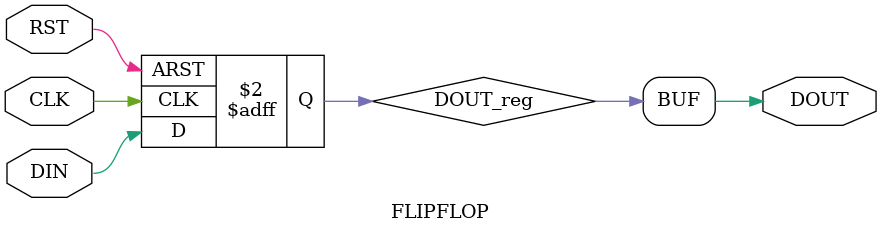
<source format=v>
module FLIPFLOP ( DIN, RST, CLK, DOUT );
input  DIN;
input  RST;
input  CLK;
output DOUT;
   reg DOUT_reg;
   always @ ( posedge RST or posedge CLK ) begin
      if (RST)
        DOUT_reg <= 1'b0;
      else
        DOUT_reg <= #1 DIN;
   end
   assign DOUT = DOUT_reg;
endmodule
</source>
